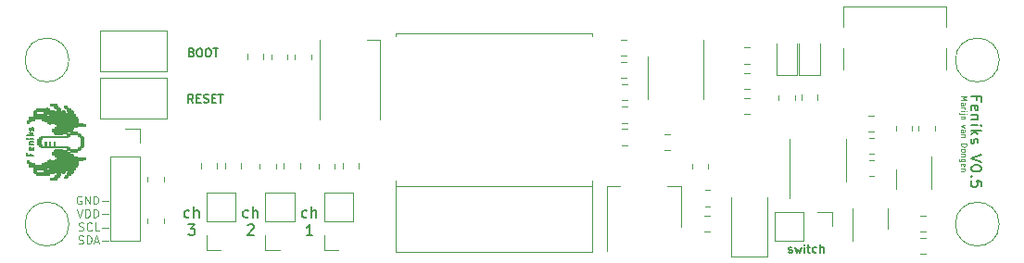
<source format=gbr>
%TF.GenerationSoftware,KiCad,Pcbnew,(6.0.8)*%
%TF.CreationDate,2023-04-29T21:49:54+02:00*%
%TF.ProjectId,Feniks,46656e69-6b73-42e6-9b69-6361645f7063,rev?*%
%TF.SameCoordinates,Original*%
%TF.FileFunction,Legend,Top*%
%TF.FilePolarity,Positive*%
%FSLAX46Y46*%
G04 Gerber Fmt 4.6, Leading zero omitted, Abs format (unit mm)*
G04 Created by KiCad (PCBNEW (6.0.8)) date 2023-04-29 21:49:54*
%MOMM*%
%LPD*%
G01*
G04 APERTURE LIST*
%ADD10C,0.120000*%
%ADD11C,0.100000*%
%ADD12C,0.150000*%
%ADD13C,0.125000*%
%ADD14C,0.200000*%
G04 APERTURE END LIST*
D10*
X132452498Y-102150000D02*
G75*
G03*
X132452498Y-102150000I-2002498J0D01*
G01*
X132452498Y-117150000D02*
G75*
G03*
X132452498Y-117150000I-2002498J0D01*
G01*
D11*
G36*
X48416667Y-108961459D02*
G01*
X48548959Y-108961459D01*
X48548959Y-109093751D01*
X48681250Y-109093751D01*
X48681250Y-109226042D01*
X48813542Y-109226042D01*
X48813542Y-110019792D01*
X48681250Y-110019792D01*
X48681250Y-110152084D01*
X48548959Y-110152084D01*
X48548959Y-110284375D01*
X48416667Y-110284375D01*
X48416667Y-110416667D01*
X48152084Y-110416667D01*
X48152084Y-110548959D01*
X47622917Y-110548959D01*
X47622917Y-110416667D01*
X47358333Y-110416667D01*
X47358333Y-110284375D01*
X47226042Y-110284375D01*
X47226042Y-110152084D01*
X44844792Y-110152084D01*
X44844792Y-110019792D01*
X44712500Y-110019792D01*
X44712500Y-109887500D01*
X44844792Y-109887500D01*
X44977084Y-109887500D01*
X44977084Y-110019792D01*
X45241667Y-110019792D01*
X45241667Y-109622917D01*
X45373959Y-109622917D01*
X45373959Y-110019792D01*
X45638542Y-110019792D01*
X45638542Y-109622917D01*
X45770834Y-109622917D01*
X45770834Y-110019792D01*
X46035417Y-110019792D01*
X46035417Y-109622917D01*
X46167708Y-109622917D01*
X46167708Y-110019792D01*
X47358333Y-110019792D01*
X47358333Y-110152084D01*
X47490625Y-110152084D01*
X47490625Y-110284375D01*
X48284375Y-110284375D01*
X48284375Y-110152084D01*
X48416667Y-110152084D01*
X48416667Y-110019792D01*
X48548959Y-110019792D01*
X48548959Y-109226042D01*
X48416667Y-109226042D01*
X48416667Y-109093751D01*
X48284375Y-109093751D01*
X48284375Y-108961459D01*
X47490625Y-108961459D01*
X47490625Y-109093751D01*
X47358333Y-109093751D01*
X47358333Y-109226042D01*
X44977084Y-109226042D01*
X44977084Y-109358334D01*
X44844792Y-109358334D01*
X44844792Y-109887500D01*
X44712500Y-109887500D01*
X44580209Y-109887500D01*
X44580209Y-109358334D01*
X44712500Y-109358334D01*
X44712500Y-109226042D01*
X44844792Y-109226042D01*
X44844792Y-109093751D01*
X47226042Y-109093751D01*
X47226042Y-108961459D01*
X47358333Y-108961459D01*
X47358333Y-108829167D01*
X47622917Y-108829167D01*
X47622917Y-108696876D01*
X48152084Y-108696876D01*
X48152084Y-108829167D01*
X48416667Y-108829167D01*
X48416667Y-108961459D01*
G37*
X48416667Y-108961459D02*
X48548959Y-108961459D01*
X48548959Y-109093751D01*
X48681250Y-109093751D01*
X48681250Y-109226042D01*
X48813542Y-109226042D01*
X48813542Y-110019792D01*
X48681250Y-110019792D01*
X48681250Y-110152084D01*
X48548959Y-110152084D01*
X48548959Y-110284375D01*
X48416667Y-110284375D01*
X48416667Y-110416667D01*
X48152084Y-110416667D01*
X48152084Y-110548959D01*
X47622917Y-110548959D01*
X47622917Y-110416667D01*
X47358333Y-110416667D01*
X47358333Y-110284375D01*
X47226042Y-110284375D01*
X47226042Y-110152084D01*
X44844792Y-110152084D01*
X44844792Y-110019792D01*
X44712500Y-110019792D01*
X44712500Y-109887500D01*
X44844792Y-109887500D01*
X44977084Y-109887500D01*
X44977084Y-110019792D01*
X45241667Y-110019792D01*
X45241667Y-109622917D01*
X45373959Y-109622917D01*
X45373959Y-110019792D01*
X45638542Y-110019792D01*
X45638542Y-109622917D01*
X45770834Y-109622917D01*
X45770834Y-110019792D01*
X46035417Y-110019792D01*
X46035417Y-109622917D01*
X46167708Y-109622917D01*
X46167708Y-110019792D01*
X47358333Y-110019792D01*
X47358333Y-110152084D01*
X47490625Y-110152084D01*
X47490625Y-110284375D01*
X48284375Y-110284375D01*
X48284375Y-110152084D01*
X48416667Y-110152084D01*
X48416667Y-110019792D01*
X48548959Y-110019792D01*
X48548959Y-109226042D01*
X48416667Y-109226042D01*
X48416667Y-109093751D01*
X48284375Y-109093751D01*
X48284375Y-108961459D01*
X47490625Y-108961459D01*
X47490625Y-109093751D01*
X47358333Y-109093751D01*
X47358333Y-109226042D01*
X44977084Y-109226042D01*
X44977084Y-109358334D01*
X44844792Y-109358334D01*
X44844792Y-109887500D01*
X44712500Y-109887500D01*
X44580209Y-109887500D01*
X44580209Y-109358334D01*
X44712500Y-109358334D01*
X44712500Y-109226042D01*
X44844792Y-109226042D01*
X44844792Y-109093751D01*
X47226042Y-109093751D01*
X47226042Y-108961459D01*
X47358333Y-108961459D01*
X47358333Y-108829167D01*
X47622917Y-108829167D01*
X47622917Y-108696876D01*
X48152084Y-108696876D01*
X48152084Y-108829167D01*
X48416667Y-108829167D01*
X48416667Y-108961459D01*
D10*
X47452498Y-117150000D02*
G75*
G03*
X47452498Y-117150000I-2002498J0D01*
G01*
X47452498Y-102150000D02*
G75*
G03*
X47452498Y-102150000I-2002498J0D01*
G01*
D11*
G36*
X46829167Y-110416667D02*
G01*
X47226042Y-110416667D01*
X47226042Y-110548959D01*
X47490625Y-110548959D01*
X47490625Y-110681250D01*
X47755209Y-110681250D01*
X47755209Y-110813542D01*
X47887500Y-110813542D01*
X47887500Y-110945834D01*
X48152084Y-110945834D01*
X48152084Y-111078125D01*
X48945834Y-111078125D01*
X48945834Y-111210417D01*
X48681250Y-111210417D01*
X48681250Y-111342709D01*
X48284375Y-111342709D01*
X48284375Y-111739583D01*
X48152084Y-111739583D01*
X48152084Y-111871875D01*
X48019791Y-111871875D01*
X48019791Y-112136458D01*
X47887500Y-112136458D01*
X47887500Y-112401042D01*
X47755209Y-112401042D01*
X47755209Y-112533333D01*
X47622917Y-112533333D01*
X47622917Y-112665625D01*
X47358333Y-112665625D01*
X47358333Y-112797917D01*
X47226042Y-112797917D01*
X47226042Y-112930208D01*
X46961459Y-112930208D01*
X46961459Y-112797917D01*
X47093750Y-112797917D01*
X47093750Y-112665625D01*
X47226042Y-112665625D01*
X47226042Y-112401042D01*
X47358333Y-112401042D01*
X47358333Y-112004167D01*
X47490625Y-112004167D01*
X47490625Y-111871875D01*
X47358333Y-111871875D01*
X47358333Y-112004167D01*
X47226042Y-112004167D01*
X47226042Y-112268750D01*
X47093750Y-112268750D01*
X47093750Y-112401042D01*
X46961459Y-112401042D01*
X46961459Y-112533333D01*
X46829167Y-112533333D01*
X46829167Y-112401042D01*
X46696875Y-112401042D01*
X46696875Y-112665625D01*
X46564584Y-112665625D01*
X46564584Y-112797917D01*
X46432292Y-112797917D01*
X46432292Y-112930208D01*
X46300000Y-112930208D01*
X46300000Y-113062500D01*
X45770834Y-113062500D01*
X45770834Y-112930208D01*
X46035417Y-112930208D01*
X46035417Y-112797917D01*
X46167708Y-112797917D01*
X46167708Y-112665625D01*
X46300000Y-112665625D01*
X46300000Y-112401042D01*
X46035417Y-112401042D01*
X46035417Y-112533333D01*
X45638542Y-112533333D01*
X45638542Y-112665625D01*
X45506250Y-112665625D01*
X45506250Y-112533333D01*
X45373959Y-112533333D01*
X45373959Y-112665625D01*
X44447917Y-112665625D01*
X44447917Y-112533333D01*
X44315625Y-112533333D01*
X44315625Y-112401042D01*
X44183334Y-112401042D01*
X44183334Y-112268750D01*
X44447917Y-112268750D01*
X44447917Y-112401042D01*
X45109375Y-112401042D01*
X45109375Y-112268750D01*
X45373959Y-112268750D01*
X45373959Y-112136458D01*
X45638542Y-112136458D01*
X45638542Y-112004167D01*
X45770834Y-112004167D01*
X45770834Y-111871875D01*
X45638542Y-111871875D01*
X45638542Y-112004167D01*
X45373959Y-112004167D01*
X45373959Y-112136458D01*
X44183334Y-112136458D01*
X44183334Y-111871875D01*
X43786459Y-111871875D01*
X43786459Y-111607292D01*
X43654167Y-111607292D01*
X43654167Y-111342709D01*
X43786459Y-111342709D01*
X43786459Y-111475000D01*
X43918750Y-111475000D01*
X43918750Y-111607292D01*
X44315625Y-111607292D01*
X44315625Y-111739583D01*
X44977084Y-111739583D01*
X44977084Y-111607292D01*
X45241667Y-111607292D01*
X45241667Y-111475000D01*
X45506250Y-111475000D01*
X45506250Y-111342709D01*
X45638542Y-111342709D01*
X45638542Y-111210417D01*
X45770834Y-111210417D01*
X45770834Y-111342709D01*
X46167708Y-111342709D01*
X46167708Y-111210417D01*
X46300000Y-111210417D01*
X46300000Y-110945834D01*
X46167708Y-110945834D01*
X46167708Y-110813542D01*
X45903125Y-110813542D01*
X45903125Y-110548959D01*
X46035417Y-110548959D01*
X46035417Y-110416667D01*
X46167708Y-110416667D01*
X46167708Y-110284375D01*
X46829167Y-110284375D01*
X46829167Y-110416667D01*
G37*
X46829167Y-110416667D02*
X47226042Y-110416667D01*
X47226042Y-110548959D01*
X47490625Y-110548959D01*
X47490625Y-110681250D01*
X47755209Y-110681250D01*
X47755209Y-110813542D01*
X47887500Y-110813542D01*
X47887500Y-110945834D01*
X48152084Y-110945834D01*
X48152084Y-111078125D01*
X48945834Y-111078125D01*
X48945834Y-111210417D01*
X48681250Y-111210417D01*
X48681250Y-111342709D01*
X48284375Y-111342709D01*
X48284375Y-111739583D01*
X48152084Y-111739583D01*
X48152084Y-111871875D01*
X48019791Y-111871875D01*
X48019791Y-112136458D01*
X47887500Y-112136458D01*
X47887500Y-112401042D01*
X47755209Y-112401042D01*
X47755209Y-112533333D01*
X47622917Y-112533333D01*
X47622917Y-112665625D01*
X47358333Y-112665625D01*
X47358333Y-112797917D01*
X47226042Y-112797917D01*
X47226042Y-112930208D01*
X46961459Y-112930208D01*
X46961459Y-112797917D01*
X47093750Y-112797917D01*
X47093750Y-112665625D01*
X47226042Y-112665625D01*
X47226042Y-112401042D01*
X47358333Y-112401042D01*
X47358333Y-112004167D01*
X47490625Y-112004167D01*
X47490625Y-111871875D01*
X47358333Y-111871875D01*
X47358333Y-112004167D01*
X47226042Y-112004167D01*
X47226042Y-112268750D01*
X47093750Y-112268750D01*
X47093750Y-112401042D01*
X46961459Y-112401042D01*
X46961459Y-112533333D01*
X46829167Y-112533333D01*
X46829167Y-112401042D01*
X46696875Y-112401042D01*
X46696875Y-112665625D01*
X46564584Y-112665625D01*
X46564584Y-112797917D01*
X46432292Y-112797917D01*
X46432292Y-112930208D01*
X46300000Y-112930208D01*
X46300000Y-113062500D01*
X45770834Y-113062500D01*
X45770834Y-112930208D01*
X46035417Y-112930208D01*
X46035417Y-112797917D01*
X46167708Y-112797917D01*
X46167708Y-112665625D01*
X46300000Y-112665625D01*
X46300000Y-112401042D01*
X46035417Y-112401042D01*
X46035417Y-112533333D01*
X45638542Y-112533333D01*
X45638542Y-112665625D01*
X45506250Y-112665625D01*
X45506250Y-112533333D01*
X45373959Y-112533333D01*
X45373959Y-112665625D01*
X44447917Y-112665625D01*
X44447917Y-112533333D01*
X44315625Y-112533333D01*
X44315625Y-112401042D01*
X44183334Y-112401042D01*
X44183334Y-112268750D01*
X44447917Y-112268750D01*
X44447917Y-112401042D01*
X45109375Y-112401042D01*
X45109375Y-112268750D01*
X45373959Y-112268750D01*
X45373959Y-112136458D01*
X45638542Y-112136458D01*
X45638542Y-112004167D01*
X45770834Y-112004167D01*
X45770834Y-111871875D01*
X45638542Y-111871875D01*
X45638542Y-112004167D01*
X45373959Y-112004167D01*
X45373959Y-112136458D01*
X44183334Y-112136458D01*
X44183334Y-111871875D01*
X43786459Y-111871875D01*
X43786459Y-111607292D01*
X43654167Y-111607292D01*
X43654167Y-111342709D01*
X43786459Y-111342709D01*
X43786459Y-111475000D01*
X43918750Y-111475000D01*
X43918750Y-111607292D01*
X44315625Y-111607292D01*
X44315625Y-111739583D01*
X44977084Y-111739583D01*
X44977084Y-111607292D01*
X45241667Y-111607292D01*
X45241667Y-111475000D01*
X45506250Y-111475000D01*
X45506250Y-111342709D01*
X45638542Y-111342709D01*
X45638542Y-111210417D01*
X45770834Y-111210417D01*
X45770834Y-111342709D01*
X46167708Y-111342709D01*
X46167708Y-111210417D01*
X46300000Y-111210417D01*
X46300000Y-110945834D01*
X46167708Y-110945834D01*
X46167708Y-110813542D01*
X45903125Y-110813542D01*
X45903125Y-110548959D01*
X46035417Y-110548959D01*
X46035417Y-110416667D01*
X46167708Y-110416667D01*
X46167708Y-110284375D01*
X46829167Y-110284375D01*
X46829167Y-110416667D01*
G36*
X47622917Y-106712501D02*
G01*
X47755209Y-106712501D01*
X47755209Y-106844792D01*
X47887500Y-106844792D01*
X47887500Y-107109376D01*
X48019791Y-107109376D01*
X48019791Y-107373959D01*
X48152084Y-107373959D01*
X48152084Y-107506251D01*
X48284375Y-107506251D01*
X48284375Y-107903126D01*
X48681250Y-107903126D01*
X48681250Y-108035417D01*
X48945834Y-108035417D01*
X48945834Y-108167709D01*
X48152084Y-108167709D01*
X48152084Y-108300000D01*
X47887500Y-108300000D01*
X47887500Y-108432292D01*
X47755209Y-108432292D01*
X47755209Y-108564584D01*
X47490625Y-108564584D01*
X47490625Y-108696876D01*
X47226042Y-108696876D01*
X47226042Y-108829167D01*
X46829167Y-108829167D01*
X46829167Y-108961459D01*
X46167708Y-108961459D01*
X46167708Y-108829167D01*
X46035417Y-108829167D01*
X46035417Y-108696876D01*
X45903125Y-108696876D01*
X45903125Y-108432292D01*
X46167708Y-108432292D01*
X46167708Y-108300000D01*
X46300000Y-108300000D01*
X46300000Y-108035417D01*
X46167708Y-108035417D01*
X46167708Y-107903126D01*
X45770834Y-107903126D01*
X45770834Y-108035417D01*
X45638542Y-108035417D01*
X45638542Y-107903126D01*
X45506250Y-107903126D01*
X45506250Y-107770834D01*
X45241667Y-107770834D01*
X45241667Y-107638542D01*
X44977084Y-107638542D01*
X44977084Y-107506251D01*
X44315625Y-107506251D01*
X44315625Y-107638542D01*
X43918750Y-107638542D01*
X43918750Y-107770834D01*
X43786459Y-107770834D01*
X43786459Y-107903126D01*
X43654167Y-107903126D01*
X43654167Y-107638542D01*
X43786459Y-107638542D01*
X43786459Y-107373959D01*
X44183334Y-107373959D01*
X45638542Y-107373959D01*
X45770834Y-107373959D01*
X47358333Y-107373959D01*
X47490625Y-107373959D01*
X47490625Y-107241667D01*
X47358333Y-107241667D01*
X47358333Y-107373959D01*
X45770834Y-107373959D01*
X45770834Y-107241667D01*
X45638542Y-107241667D01*
X45638542Y-107373959D01*
X44183334Y-107373959D01*
X44183334Y-107241667D01*
X45373959Y-107241667D01*
X45638542Y-107241667D01*
X45638542Y-107109376D01*
X45373959Y-107109376D01*
X45373959Y-107241667D01*
X44183334Y-107241667D01*
X44183334Y-107109376D01*
X45373959Y-107109376D01*
X45373959Y-106977084D01*
X45109375Y-106977084D01*
X45109375Y-106844792D01*
X44447917Y-106844792D01*
X44447917Y-106977084D01*
X44183334Y-106977084D01*
X44183334Y-106844792D01*
X44315625Y-106844792D01*
X44315625Y-106712501D01*
X44447917Y-106712501D01*
X44447917Y-106580209D01*
X45373959Y-106580209D01*
X45373959Y-106447917D01*
X45506250Y-106447917D01*
X45506250Y-106580209D01*
X45373959Y-106580209D01*
X45373959Y-106712501D01*
X45506250Y-106712501D01*
X45506250Y-106580209D01*
X45638542Y-106580209D01*
X45638542Y-106712501D01*
X46035417Y-106712501D01*
X46035417Y-106844792D01*
X46300000Y-106844792D01*
X46300000Y-106580209D01*
X46167708Y-106580209D01*
X46167708Y-106447917D01*
X46035417Y-106447917D01*
X46035417Y-106315626D01*
X45770834Y-106315626D01*
X45770834Y-106183334D01*
X46300000Y-106183334D01*
X46300000Y-106315626D01*
X46432292Y-106315626D01*
X46432292Y-106447917D01*
X46564584Y-106447917D01*
X46564584Y-106580209D01*
X46696875Y-106580209D01*
X46696875Y-106844792D01*
X46829167Y-106844792D01*
X46829167Y-106712501D01*
X46961459Y-106712501D01*
X46961459Y-106844792D01*
X47093750Y-106844792D01*
X47093750Y-106977084D01*
X47226042Y-106977084D01*
X47226042Y-107241667D01*
X47358333Y-107241667D01*
X47358333Y-106844792D01*
X47226042Y-106844792D01*
X47226042Y-106580209D01*
X47093750Y-106580209D01*
X47093750Y-106447917D01*
X46961459Y-106447917D01*
X46961459Y-106315626D01*
X47226042Y-106315626D01*
X47226042Y-106447917D01*
X47358333Y-106447917D01*
X47358333Y-106580209D01*
X47622917Y-106580209D01*
X47622917Y-106712501D01*
G37*
X47622917Y-106712501D02*
X47755209Y-106712501D01*
X47755209Y-106844792D01*
X47887500Y-106844792D01*
X47887500Y-107109376D01*
X48019791Y-107109376D01*
X48019791Y-107373959D01*
X48152084Y-107373959D01*
X48152084Y-107506251D01*
X48284375Y-107506251D01*
X48284375Y-107903126D01*
X48681250Y-107903126D01*
X48681250Y-108035417D01*
X48945834Y-108035417D01*
X48945834Y-108167709D01*
X48152084Y-108167709D01*
X48152084Y-108300000D01*
X47887500Y-108300000D01*
X47887500Y-108432292D01*
X47755209Y-108432292D01*
X47755209Y-108564584D01*
X47490625Y-108564584D01*
X47490625Y-108696876D01*
X47226042Y-108696876D01*
X47226042Y-108829167D01*
X46829167Y-108829167D01*
X46829167Y-108961459D01*
X46167708Y-108961459D01*
X46167708Y-108829167D01*
X46035417Y-108829167D01*
X46035417Y-108696876D01*
X45903125Y-108696876D01*
X45903125Y-108432292D01*
X46167708Y-108432292D01*
X46167708Y-108300000D01*
X46300000Y-108300000D01*
X46300000Y-108035417D01*
X46167708Y-108035417D01*
X46167708Y-107903126D01*
X45770834Y-107903126D01*
X45770834Y-108035417D01*
X45638542Y-108035417D01*
X45638542Y-107903126D01*
X45506250Y-107903126D01*
X45506250Y-107770834D01*
X45241667Y-107770834D01*
X45241667Y-107638542D01*
X44977084Y-107638542D01*
X44977084Y-107506251D01*
X44315625Y-107506251D01*
X44315625Y-107638542D01*
X43918750Y-107638542D01*
X43918750Y-107770834D01*
X43786459Y-107770834D01*
X43786459Y-107903126D01*
X43654167Y-107903126D01*
X43654167Y-107638542D01*
X43786459Y-107638542D01*
X43786459Y-107373959D01*
X44183334Y-107373959D01*
X45638542Y-107373959D01*
X45770834Y-107373959D01*
X47358333Y-107373959D01*
X47490625Y-107373959D01*
X47490625Y-107241667D01*
X47358333Y-107241667D01*
X47358333Y-107373959D01*
X45770834Y-107373959D01*
X45770834Y-107241667D01*
X45638542Y-107241667D01*
X45638542Y-107373959D01*
X44183334Y-107373959D01*
X44183334Y-107241667D01*
X45373959Y-107241667D01*
X45638542Y-107241667D01*
X45638542Y-107109376D01*
X45373959Y-107109376D01*
X45373959Y-107241667D01*
X44183334Y-107241667D01*
X44183334Y-107109376D01*
X45373959Y-107109376D01*
X45373959Y-106977084D01*
X45109375Y-106977084D01*
X45109375Y-106844792D01*
X44447917Y-106844792D01*
X44447917Y-106977084D01*
X44183334Y-106977084D01*
X44183334Y-106844792D01*
X44315625Y-106844792D01*
X44315625Y-106712501D01*
X44447917Y-106712501D01*
X44447917Y-106580209D01*
X45373959Y-106580209D01*
X45373959Y-106447917D01*
X45506250Y-106447917D01*
X45506250Y-106580209D01*
X45373959Y-106580209D01*
X45373959Y-106712501D01*
X45506250Y-106712501D01*
X45506250Y-106580209D01*
X45638542Y-106580209D01*
X45638542Y-106712501D01*
X46035417Y-106712501D01*
X46035417Y-106844792D01*
X46300000Y-106844792D01*
X46300000Y-106580209D01*
X46167708Y-106580209D01*
X46167708Y-106447917D01*
X46035417Y-106447917D01*
X46035417Y-106315626D01*
X45770834Y-106315626D01*
X45770834Y-106183334D01*
X46300000Y-106183334D01*
X46300000Y-106315626D01*
X46432292Y-106315626D01*
X46432292Y-106447917D01*
X46564584Y-106447917D01*
X46564584Y-106580209D01*
X46696875Y-106580209D01*
X46696875Y-106844792D01*
X46829167Y-106844792D01*
X46829167Y-106712501D01*
X46961459Y-106712501D01*
X46961459Y-106844792D01*
X47093750Y-106844792D01*
X47093750Y-106977084D01*
X47226042Y-106977084D01*
X47226042Y-107241667D01*
X47358333Y-107241667D01*
X47358333Y-106844792D01*
X47226042Y-106844792D01*
X47226042Y-106580209D01*
X47093750Y-106580209D01*
X47093750Y-106447917D01*
X46961459Y-106447917D01*
X46961459Y-106315626D01*
X47226042Y-106315626D01*
X47226042Y-106447917D01*
X47358333Y-106447917D01*
X47358333Y-106580209D01*
X47622917Y-106580209D01*
X47622917Y-106712501D01*
D12*
X58810714Y-106039285D02*
X58560714Y-105682142D01*
X58382142Y-106039285D02*
X58382142Y-105289285D01*
X58667857Y-105289285D01*
X58739285Y-105325000D01*
X58775000Y-105360714D01*
X58810714Y-105432142D01*
X58810714Y-105539285D01*
X58775000Y-105610714D01*
X58739285Y-105646428D01*
X58667857Y-105682142D01*
X58382142Y-105682142D01*
X59132142Y-105646428D02*
X59382142Y-105646428D01*
X59489285Y-106039285D02*
X59132142Y-106039285D01*
X59132142Y-105289285D01*
X59489285Y-105289285D01*
X59775000Y-106003571D02*
X59882142Y-106039285D01*
X60060714Y-106039285D01*
X60132142Y-106003571D01*
X60167857Y-105967857D01*
X60203571Y-105896428D01*
X60203571Y-105825000D01*
X60167857Y-105753571D01*
X60132142Y-105717857D01*
X60060714Y-105682142D01*
X59917857Y-105646428D01*
X59846428Y-105610714D01*
X59810714Y-105575000D01*
X59775000Y-105503571D01*
X59775000Y-105432142D01*
X59810714Y-105360714D01*
X59846428Y-105325000D01*
X59917857Y-105289285D01*
X60096428Y-105289285D01*
X60203571Y-105325000D01*
X60525000Y-105646428D02*
X60775000Y-105646428D01*
X60882142Y-106039285D02*
X60525000Y-106039285D01*
X60525000Y-105289285D01*
X60882142Y-105289285D01*
X61096428Y-105289285D02*
X61525000Y-105289285D01*
X61310714Y-106039285D02*
X61310714Y-105289285D01*
D11*
X128973809Y-105495238D02*
X129473809Y-105495238D01*
X129116666Y-105661904D01*
X129473809Y-105828571D01*
X128973809Y-105828571D01*
X128973809Y-106280952D02*
X129235714Y-106280952D01*
X129283333Y-106257142D01*
X129307142Y-106209523D01*
X129307142Y-106114285D01*
X129283333Y-106066666D01*
X128997619Y-106280952D02*
X128973809Y-106233333D01*
X128973809Y-106114285D01*
X128997619Y-106066666D01*
X129045238Y-106042857D01*
X129092857Y-106042857D01*
X129140476Y-106066666D01*
X129164285Y-106114285D01*
X129164285Y-106233333D01*
X129188095Y-106280952D01*
X128973809Y-106519047D02*
X129307142Y-106519047D01*
X129211904Y-106519047D02*
X129259523Y-106542857D01*
X129283333Y-106566666D01*
X129307142Y-106614285D01*
X129307142Y-106661904D01*
X128973809Y-106828571D02*
X129307142Y-106828571D01*
X129473809Y-106828571D02*
X129450000Y-106804761D01*
X129426190Y-106828571D01*
X129450000Y-106852380D01*
X129473809Y-106828571D01*
X129426190Y-106828571D01*
X129307142Y-107066666D02*
X128878571Y-107066666D01*
X128830952Y-107042857D01*
X128807142Y-106995238D01*
X128807142Y-106971428D01*
X129473809Y-107066666D02*
X129450000Y-107042857D01*
X129426190Y-107066666D01*
X129450000Y-107090476D01*
X129473809Y-107066666D01*
X129426190Y-107066666D01*
X129307142Y-107304761D02*
X128973809Y-107304761D01*
X129259523Y-107304761D02*
X129283333Y-107328571D01*
X129307142Y-107376190D01*
X129307142Y-107447619D01*
X129283333Y-107495238D01*
X129235714Y-107519047D01*
X128973809Y-107519047D01*
X129307142Y-108090476D02*
X128973809Y-108209523D01*
X129307142Y-108328571D01*
X128973809Y-108733333D02*
X129235714Y-108733333D01*
X129283333Y-108709523D01*
X129307142Y-108661904D01*
X129307142Y-108566666D01*
X129283333Y-108519047D01*
X128997619Y-108733333D02*
X128973809Y-108685714D01*
X128973809Y-108566666D01*
X128997619Y-108519047D01*
X129045238Y-108495238D01*
X129092857Y-108495238D01*
X129140476Y-108519047D01*
X129164285Y-108566666D01*
X129164285Y-108685714D01*
X129188095Y-108733333D01*
X129307142Y-108971428D02*
X128973809Y-108971428D01*
X129259523Y-108971428D02*
X129283333Y-108995238D01*
X129307142Y-109042857D01*
X129307142Y-109114285D01*
X129283333Y-109161904D01*
X129235714Y-109185714D01*
X128973809Y-109185714D01*
X128973809Y-109804761D02*
X129473809Y-109804761D01*
X129473809Y-109923809D01*
X129450000Y-109995238D01*
X129402380Y-110042857D01*
X129354761Y-110066666D01*
X129259523Y-110090476D01*
X129188095Y-110090476D01*
X129092857Y-110066666D01*
X129045238Y-110042857D01*
X128997619Y-109995238D01*
X128973809Y-109923809D01*
X128973809Y-109804761D01*
X128973809Y-110376190D02*
X128997619Y-110328571D01*
X129021428Y-110304761D01*
X129069047Y-110280952D01*
X129211904Y-110280952D01*
X129259523Y-110304761D01*
X129283333Y-110328571D01*
X129307142Y-110376190D01*
X129307142Y-110447619D01*
X129283333Y-110495238D01*
X129259523Y-110519047D01*
X129211904Y-110542857D01*
X129069047Y-110542857D01*
X129021428Y-110519047D01*
X128997619Y-110495238D01*
X128973809Y-110447619D01*
X128973809Y-110376190D01*
X129307142Y-110757142D02*
X128973809Y-110757142D01*
X129259523Y-110757142D02*
X129283333Y-110780952D01*
X129307142Y-110828571D01*
X129307142Y-110900000D01*
X129283333Y-110947619D01*
X129235714Y-110971428D01*
X128973809Y-110971428D01*
X129307142Y-111423809D02*
X128902380Y-111423809D01*
X128854761Y-111400000D01*
X128830952Y-111376190D01*
X128807142Y-111328571D01*
X128807142Y-111257142D01*
X128830952Y-111209523D01*
X128997619Y-111423809D02*
X128973809Y-111376190D01*
X128973809Y-111280952D01*
X128997619Y-111233333D01*
X129021428Y-111209523D01*
X129069047Y-111185714D01*
X129211904Y-111185714D01*
X129259523Y-111209523D01*
X129283333Y-111233333D01*
X129307142Y-111280952D01*
X129307142Y-111376190D01*
X129283333Y-111423809D01*
X128997619Y-111852380D02*
X128973809Y-111804761D01*
X128973809Y-111709523D01*
X128997619Y-111661904D01*
X129045238Y-111638095D01*
X129235714Y-111638095D01*
X129283333Y-111661904D01*
X129307142Y-111709523D01*
X129307142Y-111804761D01*
X129283333Y-111852380D01*
X129235714Y-111876190D01*
X129188095Y-111876190D01*
X129140476Y-111638095D01*
X129307142Y-112090476D02*
X128973809Y-112090476D01*
X129259523Y-112090476D02*
X129283333Y-112114285D01*
X129307142Y-112161904D01*
X129307142Y-112233333D01*
X129283333Y-112280952D01*
X129235714Y-112304761D01*
X128973809Y-112304761D01*
D13*
X48575892Y-114613750D02*
X48504464Y-114578035D01*
X48397321Y-114578035D01*
X48290178Y-114613750D01*
X48218750Y-114685178D01*
X48183035Y-114756607D01*
X48147321Y-114899464D01*
X48147321Y-115006607D01*
X48183035Y-115149464D01*
X48218750Y-115220892D01*
X48290178Y-115292321D01*
X48397321Y-115328035D01*
X48468750Y-115328035D01*
X48575892Y-115292321D01*
X48611607Y-115256607D01*
X48611607Y-115006607D01*
X48468750Y-115006607D01*
X48933035Y-115328035D02*
X48933035Y-114578035D01*
X49361607Y-115328035D01*
X49361607Y-114578035D01*
X49718750Y-115328035D02*
X49718750Y-114578035D01*
X49897321Y-114578035D01*
X50004464Y-114613750D01*
X50075892Y-114685178D01*
X50111607Y-114756607D01*
X50147321Y-114899464D01*
X50147321Y-115006607D01*
X50111607Y-115149464D01*
X50075892Y-115220892D01*
X50004464Y-115292321D01*
X49897321Y-115328035D01*
X49718750Y-115328035D01*
X50468750Y-115042321D02*
X51040178Y-115042321D01*
X48218750Y-115785535D02*
X48468750Y-116535535D01*
X48718750Y-115785535D01*
X48968750Y-116535535D02*
X48968750Y-115785535D01*
X49147321Y-115785535D01*
X49254464Y-115821250D01*
X49325892Y-115892678D01*
X49361607Y-115964107D01*
X49397321Y-116106964D01*
X49397321Y-116214107D01*
X49361607Y-116356964D01*
X49325892Y-116428392D01*
X49254464Y-116499821D01*
X49147321Y-116535535D01*
X48968750Y-116535535D01*
X49718750Y-116535535D02*
X49718750Y-115785535D01*
X49897321Y-115785535D01*
X50004464Y-115821250D01*
X50075892Y-115892678D01*
X50111607Y-115964107D01*
X50147321Y-116106964D01*
X50147321Y-116214107D01*
X50111607Y-116356964D01*
X50075892Y-116428392D01*
X50004464Y-116499821D01*
X49897321Y-116535535D01*
X49718750Y-116535535D01*
X50468750Y-116249821D02*
X51040178Y-116249821D01*
X48361607Y-117707321D02*
X48468750Y-117743035D01*
X48647321Y-117743035D01*
X48718750Y-117707321D01*
X48754464Y-117671607D01*
X48790178Y-117600178D01*
X48790178Y-117528750D01*
X48754464Y-117457321D01*
X48718750Y-117421607D01*
X48647321Y-117385892D01*
X48504464Y-117350178D01*
X48433035Y-117314464D01*
X48397321Y-117278750D01*
X48361607Y-117207321D01*
X48361607Y-117135892D01*
X48397321Y-117064464D01*
X48433035Y-117028750D01*
X48504464Y-116993035D01*
X48683035Y-116993035D01*
X48790178Y-117028750D01*
X49540178Y-117671607D02*
X49504464Y-117707321D01*
X49397321Y-117743035D01*
X49325892Y-117743035D01*
X49218750Y-117707321D01*
X49147321Y-117635892D01*
X49111607Y-117564464D01*
X49075892Y-117421607D01*
X49075892Y-117314464D01*
X49111607Y-117171607D01*
X49147321Y-117100178D01*
X49218750Y-117028750D01*
X49325892Y-116993035D01*
X49397321Y-116993035D01*
X49504464Y-117028750D01*
X49540178Y-117064464D01*
X50218750Y-117743035D02*
X49861607Y-117743035D01*
X49861607Y-116993035D01*
X50468750Y-117457321D02*
X51040178Y-117457321D01*
X48325892Y-118914821D02*
X48433035Y-118950535D01*
X48611607Y-118950535D01*
X48683035Y-118914821D01*
X48718750Y-118879107D01*
X48754464Y-118807678D01*
X48754464Y-118736250D01*
X48718750Y-118664821D01*
X48683035Y-118629107D01*
X48611607Y-118593392D01*
X48468750Y-118557678D01*
X48397321Y-118521964D01*
X48361607Y-118486250D01*
X48325892Y-118414821D01*
X48325892Y-118343392D01*
X48361607Y-118271964D01*
X48397321Y-118236250D01*
X48468750Y-118200535D01*
X48647321Y-118200535D01*
X48754464Y-118236250D01*
X49075892Y-118950535D02*
X49075892Y-118200535D01*
X49254464Y-118200535D01*
X49361607Y-118236250D01*
X49433035Y-118307678D01*
X49468750Y-118379107D01*
X49504464Y-118521964D01*
X49504464Y-118629107D01*
X49468750Y-118771964D01*
X49433035Y-118843392D01*
X49361607Y-118914821D01*
X49254464Y-118950535D01*
X49075892Y-118950535D01*
X49790178Y-118736250D02*
X50147321Y-118736250D01*
X49718750Y-118950535D02*
X49968750Y-118200535D01*
X50218750Y-118950535D01*
X50468750Y-118664821D02*
X51040178Y-118664821D01*
D12*
X43915475Y-110694346D02*
X43915475Y-110894346D01*
X44229761Y-110894346D02*
X43629761Y-110894346D01*
X43629761Y-110608632D01*
X44201190Y-110151489D02*
X44229761Y-110208632D01*
X44229761Y-110322918D01*
X44201190Y-110380060D01*
X44144047Y-110408632D01*
X43915475Y-110408632D01*
X43858333Y-110380060D01*
X43829761Y-110322918D01*
X43829761Y-110208632D01*
X43858333Y-110151489D01*
X43915475Y-110122918D01*
X43972618Y-110122918D01*
X44029761Y-110408632D01*
X43829761Y-109865775D02*
X44229761Y-109865775D01*
X43886904Y-109865775D02*
X43858333Y-109837203D01*
X43829761Y-109780060D01*
X43829761Y-109694346D01*
X43858333Y-109637203D01*
X43915475Y-109608632D01*
X44229761Y-109608632D01*
X44229761Y-109322918D02*
X43829761Y-109322918D01*
X43629761Y-109322918D02*
X43658333Y-109351489D01*
X43686904Y-109322918D01*
X43658333Y-109294346D01*
X43629761Y-109322918D01*
X43686904Y-109322918D01*
X44229761Y-109037203D02*
X43629761Y-109037203D01*
X44001190Y-108980060D02*
X44229761Y-108808632D01*
X43829761Y-108808632D02*
X44058333Y-109037203D01*
X44201190Y-108580060D02*
X44229761Y-108522918D01*
X44229761Y-108408632D01*
X44201190Y-108351489D01*
X44144047Y-108322918D01*
X44115475Y-108322918D01*
X44058333Y-108351489D01*
X44029761Y-108408632D01*
X44029761Y-108494346D01*
X44001190Y-108551489D01*
X43944047Y-108580060D01*
X43915475Y-108580060D01*
X43858333Y-108551489D01*
X43829761Y-108494346D01*
X43829761Y-108408632D01*
X43858333Y-108351489D01*
X58463714Y-116514761D02*
X58368476Y-116562380D01*
X58178000Y-116562380D01*
X58082761Y-116514761D01*
X58035142Y-116467142D01*
X57987523Y-116371904D01*
X57987523Y-116086190D01*
X58035142Y-115990952D01*
X58082761Y-115943333D01*
X58178000Y-115895714D01*
X58368476Y-115895714D01*
X58463714Y-115943333D01*
X58892285Y-116562380D02*
X58892285Y-115562380D01*
X59320857Y-116562380D02*
X59320857Y-116038571D01*
X59273238Y-115943333D01*
X59178000Y-115895714D01*
X59035142Y-115895714D01*
X58939904Y-115943333D01*
X58892285Y-115990952D01*
X58344666Y-117172380D02*
X58963714Y-117172380D01*
X58630380Y-117553333D01*
X58773238Y-117553333D01*
X58868476Y-117600952D01*
X58916095Y-117648571D01*
X58963714Y-117743809D01*
X58963714Y-117981904D01*
X58916095Y-118077142D01*
X58868476Y-118124761D01*
X58773238Y-118172380D01*
X58487523Y-118172380D01*
X58392285Y-118124761D01*
X58344666Y-118077142D01*
X69213714Y-116514761D02*
X69118476Y-116562380D01*
X68928000Y-116562380D01*
X68832761Y-116514761D01*
X68785142Y-116467142D01*
X68737523Y-116371904D01*
X68737523Y-116086190D01*
X68785142Y-115990952D01*
X68832761Y-115943333D01*
X68928000Y-115895714D01*
X69118476Y-115895714D01*
X69213714Y-115943333D01*
X69642285Y-116562380D02*
X69642285Y-115562380D01*
X70070857Y-116562380D02*
X70070857Y-116038571D01*
X70023238Y-115943333D01*
X69928000Y-115895714D01*
X69785142Y-115895714D01*
X69689904Y-115943333D01*
X69642285Y-115990952D01*
X69713714Y-118172380D02*
X69142285Y-118172380D01*
X69428000Y-118172380D02*
X69428000Y-117172380D01*
X69332761Y-117315238D01*
X69237523Y-117410476D01*
X69142285Y-117458095D01*
X113218857Y-119728571D02*
X113290285Y-119764285D01*
X113433142Y-119764285D01*
X113504571Y-119728571D01*
X113540285Y-119657142D01*
X113540285Y-119621428D01*
X113504571Y-119550000D01*
X113433142Y-119514285D01*
X113326000Y-119514285D01*
X113254571Y-119478571D01*
X113218857Y-119407142D01*
X113218857Y-119371428D01*
X113254571Y-119300000D01*
X113326000Y-119264285D01*
X113433142Y-119264285D01*
X113504571Y-119300000D01*
X113790285Y-119264285D02*
X113933142Y-119764285D01*
X114076000Y-119407142D01*
X114218857Y-119764285D01*
X114361714Y-119264285D01*
X114647428Y-119764285D02*
X114647428Y-119264285D01*
X114647428Y-119014285D02*
X114611714Y-119050000D01*
X114647428Y-119085714D01*
X114683142Y-119050000D01*
X114647428Y-119014285D01*
X114647428Y-119085714D01*
X114897428Y-119264285D02*
X115183142Y-119264285D01*
X115004571Y-119014285D02*
X115004571Y-119657142D01*
X115040285Y-119728571D01*
X115111714Y-119764285D01*
X115183142Y-119764285D01*
X115754571Y-119728571D02*
X115683142Y-119764285D01*
X115540285Y-119764285D01*
X115468857Y-119728571D01*
X115433142Y-119692857D01*
X115397428Y-119621428D01*
X115397428Y-119407142D01*
X115433142Y-119335714D01*
X115468857Y-119300000D01*
X115540285Y-119264285D01*
X115683142Y-119264285D01*
X115754571Y-119300000D01*
X116076000Y-119764285D02*
X116076000Y-119014285D01*
X116397428Y-119764285D02*
X116397428Y-119371428D01*
X116361714Y-119300000D01*
X116290285Y-119264285D01*
X116183142Y-119264285D01*
X116111714Y-119300000D01*
X116076000Y-119335714D01*
X58682142Y-101446428D02*
X58789285Y-101482142D01*
X58825000Y-101517857D01*
X58860714Y-101589285D01*
X58860714Y-101696428D01*
X58825000Y-101767857D01*
X58789285Y-101803571D01*
X58717857Y-101839285D01*
X58432142Y-101839285D01*
X58432142Y-101089285D01*
X58682142Y-101089285D01*
X58753571Y-101125000D01*
X58789285Y-101160714D01*
X58825000Y-101232142D01*
X58825000Y-101303571D01*
X58789285Y-101375000D01*
X58753571Y-101410714D01*
X58682142Y-101446428D01*
X58432142Y-101446428D01*
X59325000Y-101089285D02*
X59467857Y-101089285D01*
X59539285Y-101125000D01*
X59610714Y-101196428D01*
X59646428Y-101339285D01*
X59646428Y-101589285D01*
X59610714Y-101732142D01*
X59539285Y-101803571D01*
X59467857Y-101839285D01*
X59325000Y-101839285D01*
X59253571Y-101803571D01*
X59182142Y-101732142D01*
X59146428Y-101589285D01*
X59146428Y-101339285D01*
X59182142Y-101196428D01*
X59253571Y-101125000D01*
X59325000Y-101089285D01*
X60110714Y-101089285D02*
X60253571Y-101089285D01*
X60325000Y-101125000D01*
X60396428Y-101196428D01*
X60432142Y-101339285D01*
X60432142Y-101589285D01*
X60396428Y-101732142D01*
X60325000Y-101803571D01*
X60253571Y-101839285D01*
X60110714Y-101839285D01*
X60039285Y-101803571D01*
X59967857Y-101732142D01*
X59932142Y-101589285D01*
X59932142Y-101339285D01*
X59967857Y-101196428D01*
X60039285Y-101125000D01*
X60110714Y-101089285D01*
X60646428Y-101089285D02*
X61075000Y-101089285D01*
X60860714Y-101839285D02*
X60860714Y-101089285D01*
X63843714Y-116514761D02*
X63748476Y-116562380D01*
X63558000Y-116562380D01*
X63462761Y-116514761D01*
X63415142Y-116467142D01*
X63367523Y-116371904D01*
X63367523Y-116086190D01*
X63415142Y-115990952D01*
X63462761Y-115943333D01*
X63558000Y-115895714D01*
X63748476Y-115895714D01*
X63843714Y-115943333D01*
X64272285Y-116562380D02*
X64272285Y-115562380D01*
X64700857Y-116562380D02*
X64700857Y-116038571D01*
X64653238Y-115943333D01*
X64558000Y-115895714D01*
X64415142Y-115895714D01*
X64319904Y-115943333D01*
X64272285Y-115990952D01*
X63772285Y-117267619D02*
X63819904Y-117220000D01*
X63915142Y-117172380D01*
X64153238Y-117172380D01*
X64248476Y-117220000D01*
X64296095Y-117267619D01*
X64343714Y-117362857D01*
X64343714Y-117458095D01*
X64296095Y-117600952D01*
X63724666Y-118172380D01*
X64343714Y-118172380D01*
D14*
X130371428Y-105814285D02*
X130371428Y-105480952D01*
X129847619Y-105480952D02*
X130847619Y-105480952D01*
X130847619Y-105957142D01*
X129895238Y-106719047D02*
X129847619Y-106623809D01*
X129847619Y-106433333D01*
X129895238Y-106338095D01*
X129990476Y-106290476D01*
X130371428Y-106290476D01*
X130466666Y-106338095D01*
X130514285Y-106433333D01*
X130514285Y-106623809D01*
X130466666Y-106719047D01*
X130371428Y-106766666D01*
X130276190Y-106766666D01*
X130180952Y-106290476D01*
X130514285Y-107195238D02*
X129847619Y-107195238D01*
X130419047Y-107195238D02*
X130466666Y-107242857D01*
X130514285Y-107338095D01*
X130514285Y-107480952D01*
X130466666Y-107576190D01*
X130371428Y-107623809D01*
X129847619Y-107623809D01*
X129847619Y-108100000D02*
X130514285Y-108100000D01*
X130847619Y-108100000D02*
X130800000Y-108052380D01*
X130752380Y-108100000D01*
X130800000Y-108147619D01*
X130847619Y-108100000D01*
X130752380Y-108100000D01*
X129847619Y-108576190D02*
X130847619Y-108576190D01*
X130228571Y-108671428D02*
X129847619Y-108957142D01*
X130514285Y-108957142D02*
X130133333Y-108576190D01*
X129895238Y-109338095D02*
X129847619Y-109433333D01*
X129847619Y-109623809D01*
X129895238Y-109719047D01*
X129990476Y-109766666D01*
X130038095Y-109766666D01*
X130133333Y-109719047D01*
X130180952Y-109623809D01*
X130180952Y-109480952D01*
X130228571Y-109385714D01*
X130323809Y-109338095D01*
X130371428Y-109338095D01*
X130466666Y-109385714D01*
X130514285Y-109480952D01*
X130514285Y-109623809D01*
X130466666Y-109719047D01*
X130847619Y-110814285D02*
X129847619Y-111147619D01*
X130847619Y-111480952D01*
X130847619Y-112004761D02*
X130847619Y-112100000D01*
X130800000Y-112195238D01*
X130752380Y-112242857D01*
X130657142Y-112290476D01*
X130466666Y-112338095D01*
X130228571Y-112338095D01*
X130038095Y-112290476D01*
X129942857Y-112242857D01*
X129895238Y-112195238D01*
X129847619Y-112100000D01*
X129847619Y-112004761D01*
X129895238Y-111909523D01*
X129942857Y-111861904D01*
X130038095Y-111814285D01*
X130228571Y-111766666D01*
X130466666Y-111766666D01*
X130657142Y-111814285D01*
X130752380Y-111861904D01*
X130800000Y-111909523D01*
X130847619Y-112004761D01*
X129942857Y-112766666D02*
X129895238Y-112814285D01*
X129847619Y-112766666D01*
X129895238Y-112719047D01*
X129942857Y-112766666D01*
X129847619Y-112766666D01*
X130847619Y-113719047D02*
X130847619Y-113242857D01*
X130371428Y-113195238D01*
X130419047Y-113242857D01*
X130466666Y-113338095D01*
X130466666Y-113576190D01*
X130419047Y-113671428D01*
X130371428Y-113719047D01*
X130276190Y-113766666D01*
X130038095Y-113766666D01*
X129942857Y-113719047D01*
X129895238Y-113671428D01*
X129847619Y-113576190D01*
X129847619Y-113338095D01*
X129895238Y-113242857D01*
X129942857Y-113195238D01*
D10*
%TO.C,C3*%
X109644252Y-105640000D02*
X109121748Y-105640000D01*
X109644252Y-107110000D02*
X109121748Y-107110000D01*
%TO.C,R10*%
X112303000Y-105347936D02*
X112303000Y-105802064D01*
X113773000Y-105347936D02*
X113773000Y-105802064D01*
%TO.C,C11*%
X72463000Y-111548748D02*
X72463000Y-112071252D01*
X73933000Y-111548748D02*
X73933000Y-112071252D01*
%TO.C,D3*%
X107933000Y-120075000D02*
X111233000Y-120075000D01*
X107933000Y-120075000D02*
X107933000Y-114675000D01*
X111233000Y-120075000D02*
X111233000Y-114675000D01*
%TO.C,C5*%
X109649252Y-104785000D02*
X109126748Y-104785000D01*
X109649252Y-103315000D02*
X109126748Y-103315000D01*
%TO.C,R20*%
X105833000Y-112067064D02*
X105833000Y-111612936D01*
X104363000Y-112067064D02*
X104363000Y-111612936D01*
%TO.C,U2*%
X126223000Y-113930000D02*
X126223000Y-110980000D01*
X123003000Y-112130000D02*
X123003000Y-113930000D01*
%TO.C,U5*%
X100323000Y-103775000D02*
X100323000Y-101825000D01*
X105443000Y-103775000D02*
X105443000Y-100325000D01*
X105443000Y-103775000D02*
X105443000Y-105725000D01*
X100323000Y-103775000D02*
X100323000Y-105725000D01*
%TO.C,R18*%
X121002564Y-112749000D02*
X120548436Y-112749000D01*
X121002564Y-111279000D02*
X120548436Y-111279000D01*
%TO.C,D2*%
X112078000Y-103510000D02*
X113998000Y-103510000D01*
X112078000Y-100650000D02*
X112078000Y-103510000D01*
X113998000Y-103510000D02*
X113998000Y-100650000D01*
%TO.C,J2*%
X52578000Y-108408000D02*
X53908000Y-108408000D01*
X51248000Y-111008000D02*
X51248000Y-118688000D01*
X53908000Y-111008000D02*
X53908000Y-118688000D01*
X51248000Y-111008000D02*
X53908000Y-111008000D01*
X51248000Y-118688000D02*
X53908000Y-118688000D01*
X53908000Y-108408000D02*
X53908000Y-109738000D01*
%TO.C,C7*%
X97946748Y-105835000D02*
X98469252Y-105835000D01*
X97946748Y-104365000D02*
X98469252Y-104365000D01*
%TO.C,C12*%
X97946748Y-108455000D02*
X98469252Y-108455000D01*
X97946748Y-109925000D02*
X98469252Y-109925000D01*
%TO.C,R1*%
X71723000Y-112074564D02*
X71723000Y-111620436D01*
X70253000Y-112074564D02*
X70253000Y-111620436D01*
%TO.C,R4*%
X56107000Y-113257064D02*
X56107000Y-112802936D01*
X54637000Y-113257064D02*
X54637000Y-112802936D01*
%TO.C,R21*%
X102355064Y-108915000D02*
X101900936Y-108915000D01*
X102355064Y-110385000D02*
X101900936Y-110385000D01*
%TO.C,C4*%
X125232748Y-118391000D02*
X125755252Y-118391000D01*
X125232748Y-119861000D02*
X125755252Y-119861000D01*
%TO.C,U4*%
X95288000Y-119675000D02*
X77288000Y-119675000D01*
X95288000Y-99675000D02*
X95288000Y-99925000D01*
X77288000Y-99925000D02*
X77288000Y-99675000D01*
X77288000Y-113675000D02*
X95238000Y-113675000D01*
X77288000Y-119675000D02*
X77288000Y-113175000D01*
X77288000Y-99675000D02*
X95288000Y-99675000D01*
X95288000Y-119675000D02*
X95288000Y-113175000D01*
%TO.C,C6*%
X106049252Y-117829000D02*
X105526748Y-117829000D01*
X106049252Y-116359000D02*
X105526748Y-116359000D01*
%TO.C,R5*%
X125103000Y-108172936D02*
X125103000Y-108627064D01*
X126573000Y-108172936D02*
X126573000Y-108627064D01*
%TO.C,NTC3*%
X62673000Y-116895000D02*
X62673000Y-114295000D01*
X61343000Y-119495000D02*
X60013000Y-119495000D01*
X62673000Y-116895000D02*
X60013000Y-116895000D01*
X60013000Y-119495000D02*
X60013000Y-118165000D01*
X62673000Y-114295000D02*
X60013000Y-114295000D01*
X60013000Y-116895000D02*
X60013000Y-114295000D01*
%TO.C,R6*%
X124498000Y-108172936D02*
X124498000Y-108627064D01*
X123028000Y-108172936D02*
X123028000Y-108627064D01*
%TO.C,NTC2*%
X68043000Y-116895000D02*
X68043000Y-114295000D01*
X68043000Y-116895000D02*
X65383000Y-116895000D01*
X65383000Y-116895000D02*
X65383000Y-114295000D01*
X66713000Y-119495000D02*
X65383000Y-119495000D01*
X68043000Y-114295000D02*
X65383000Y-114295000D01*
X65383000Y-119495000D02*
X65383000Y-118165000D01*
%TO.C,C1*%
X65219000Y-102115252D02*
X65219000Y-101592748D01*
X63749000Y-102115252D02*
X63749000Y-101592748D01*
%TO.C,SW3*%
X56400000Y-107514000D02*
X50280000Y-107514000D01*
X50280000Y-107514000D02*
X50280000Y-103814000D01*
X56400000Y-103814000D02*
X56400000Y-107514000D01*
X50280000Y-103814000D02*
X56400000Y-103814000D01*
%TO.C,U1*%
X113328000Y-111350000D02*
X113328000Y-109400000D01*
X118448000Y-111350000D02*
X118448000Y-109400000D01*
X118448000Y-111350000D02*
X118448000Y-113300000D01*
X113328000Y-111350000D02*
X113328000Y-114800000D01*
%TO.C,R15*%
X68099000Y-102081064D02*
X68099000Y-101626936D01*
X69569000Y-102081064D02*
X69569000Y-101626936D01*
%TO.C,U3*%
X122278000Y-117550000D02*
X122278000Y-115750000D01*
X119058000Y-115750000D02*
X119058000Y-118700000D01*
%TO.C,R8*%
X97910936Y-101765000D02*
X98365064Y-101765000D01*
X97910936Y-100295000D02*
X98365064Y-100295000D01*
%TO.C,R14*%
X56107000Y-117067064D02*
X56107000Y-116612936D01*
X54637000Y-117067064D02*
X54637000Y-116612936D01*
%TO.C,U6*%
X103398000Y-117400000D02*
X103398000Y-113640000D01*
X96578000Y-119650000D02*
X96578000Y-113640000D01*
X96578000Y-113640000D02*
X97838000Y-113640000D01*
X103398000Y-113640000D02*
X102138000Y-113640000D01*
%TO.C,C2*%
X120476748Y-107215000D02*
X120999252Y-107215000D01*
X120476748Y-108685000D02*
X120999252Y-108685000D01*
%TO.C,SW1*%
X117177000Y-116018000D02*
X117177000Y-117348000D01*
X114577000Y-116018000D02*
X111977000Y-116018000D01*
X115847000Y-116018000D02*
X117177000Y-116018000D01*
X111977000Y-116018000D02*
X111977000Y-118678000D01*
X114577000Y-118678000D02*
X111977000Y-118678000D01*
X114577000Y-116018000D02*
X114577000Y-118678000D01*
%TO.C,J1*%
X118188000Y-99150000D02*
X118188000Y-97250000D01*
X127588000Y-103050000D02*
X127588000Y-101050000D01*
X127588000Y-99150000D02*
X127588000Y-97250000D01*
X118188000Y-103050000D02*
X118188000Y-101050000D01*
X127588000Y-97250000D02*
X118188000Y-97250000D01*
%TO.C,R16*%
X65949000Y-101626936D02*
X65949000Y-102081064D01*
X67419000Y-101626936D02*
X67419000Y-102081064D01*
%TO.C,SW2*%
X56435000Y-103196000D02*
X50315000Y-103196000D01*
X50315000Y-99496000D02*
X56435000Y-99496000D01*
X50315000Y-103196000D02*
X50315000Y-99496000D01*
X56435000Y-99496000D02*
X56435000Y-103196000D01*
%TO.C,C8*%
X97946748Y-106415000D02*
X98469252Y-106415000D01*
X97946748Y-107885000D02*
X98469252Y-107885000D01*
%TO.C,C10*%
X68563000Y-111548748D02*
X68563000Y-112071252D01*
X67093000Y-111548748D02*
X67093000Y-112071252D01*
%TO.C,R9*%
X114403000Y-105322936D02*
X114403000Y-105777064D01*
X115873000Y-105322936D02*
X115873000Y-105777064D01*
%TO.C,R3*%
X60983000Y-112037064D02*
X60983000Y-111582936D01*
X59513000Y-112037064D02*
X59513000Y-111582936D01*
%TO.C,C9*%
X63193000Y-111548748D02*
X63193000Y-112071252D01*
X61723000Y-111548748D02*
X61723000Y-112071252D01*
%TO.C,NTC1*%
X72083000Y-119495000D02*
X70753000Y-119495000D01*
X73413000Y-114295000D02*
X70753000Y-114295000D01*
X73413000Y-116895000D02*
X70753000Y-116895000D01*
X73413000Y-116895000D02*
X73413000Y-114295000D01*
X70753000Y-116895000D02*
X70753000Y-114295000D01*
X70753000Y-119495000D02*
X70753000Y-118165000D01*
%TO.C,D4*%
X75863000Y-107600000D02*
X75863000Y-100300000D01*
X75863000Y-100300000D02*
X74713000Y-100300000D01*
X70363000Y-107600000D02*
X70363000Y-100300000D01*
%TO.C,R17*%
X109615064Y-102485000D02*
X109160936Y-102485000D01*
X109615064Y-101015000D02*
X109160936Y-101015000D01*
%TO.C,R7*%
X98365064Y-102315000D02*
X97910936Y-102315000D01*
X98365064Y-103785000D02*
X97910936Y-103785000D01*
%TO.C,R12*%
X121002564Y-110717000D02*
X120548436Y-110717000D01*
X121002564Y-109247000D02*
X120548436Y-109247000D01*
%TO.C,R2*%
X64883000Y-112074564D02*
X64883000Y-111620436D01*
X66353000Y-112074564D02*
X66353000Y-111620436D01*
%TO.C,D1*%
X114178000Y-103510000D02*
X116098000Y-103510000D01*
X116098000Y-103510000D02*
X116098000Y-100650000D01*
X114178000Y-100650000D02*
X114178000Y-103510000D01*
%TO.C,R19*%
X106010064Y-114040000D02*
X105555936Y-114040000D01*
X106010064Y-115510000D02*
X105555936Y-115510000D01*
%TO.C,R13*%
X125721064Y-117829000D02*
X125266936Y-117829000D01*
X125721064Y-116359000D02*
X125266936Y-116359000D01*
%TD*%
M02*

</source>
